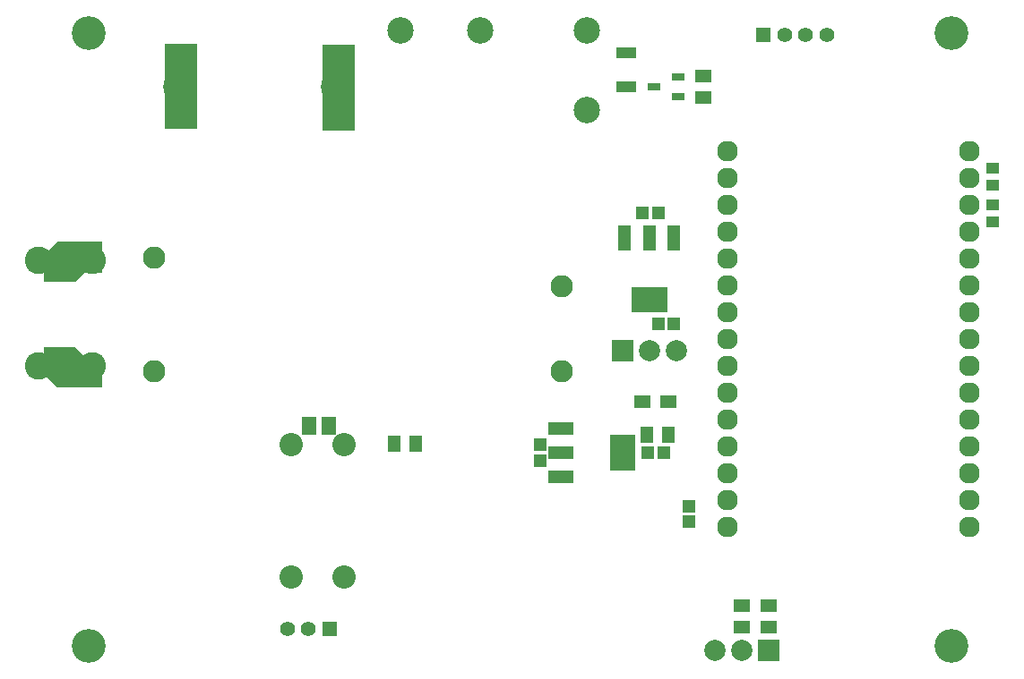
<source format=gts>
G04*
G04 #@! TF.GenerationSoftware,Altium Limited,Altium Designer,19.1.7 (138)*
G04*
G04 Layer_Color=8388736*
%FSLAX44Y44*%
%MOMM*%
G71*
G01*
G75*
%ADD31R,1.2032X2.3532*%
%ADD32R,3.4532X2.3532*%
%ADD33R,1.3532X1.6532*%
%ADD34R,1.1532X1.6032*%
%ADD35R,1.2032X1.2032*%
%ADD36R,1.6032X1.1532*%
%ADD37R,1.2032X1.1032*%
%ADD38R,1.2032X1.2032*%
%ADD39R,2.3532X3.4532*%
%ADD40R,2.3532X1.2032*%
%ADD41R,1.9032X1.1032*%
%ADD42R,1.2032X0.8032*%
%ADD43R,1.5032X1.3032*%
%ADD44C,2.6032*%
%ADD45R,1.4032X1.4032*%
%ADD46C,1.4032*%
%ADD47C,3.2032*%
%ADD48C,2.2032*%
%ADD49C,2.0032*%
%ADD50R,2.0032X2.0032*%
%ADD51C,1.9562*%
%ADD52C,2.5032*%
%ADD53C,2.1032*%
G36*
X58000Y309500D02*
X75000D01*
X75000Y292500D01*
X75000Y280000D01*
X32500Y280000D01*
X20000Y292500D01*
Y317500D01*
X50000D01*
X58000Y309500D01*
D02*
G37*
G36*
X75000Y417500D02*
X75000Y388000D01*
X58000Y388000D01*
X50000Y380000D01*
X20000D01*
Y405000D01*
X32500Y417500D01*
X75000Y417500D01*
D02*
G37*
G36*
X165000Y524000D02*
X134000Y524000D01*
X134000Y605000D01*
X165000D01*
X165000Y524000D01*
D02*
G37*
G36*
X314000Y523000D02*
X283000Y523000D01*
X283000Y604000D01*
X314000D01*
X314000Y523000D01*
D02*
G37*
G54D31*
X615000Y421250D02*
D03*
X592000Y421250D02*
D03*
X569000Y421250D02*
D03*
G54D32*
X592000Y362750D02*
D03*
G54D33*
X271000Y243000D02*
D03*
X289000D02*
D03*
G54D34*
X371000Y226000D02*
D03*
X351000D02*
D03*
X590000Y235000D02*
D03*
X610000D02*
D03*
G54D35*
X615500Y340000D02*
D03*
X600500D02*
D03*
X600500Y445000D02*
D03*
X585500D02*
D03*
X605500Y218000D02*
D03*
X590500D02*
D03*
G54D36*
X680000Y73000D02*
D03*
Y53000D02*
D03*
X705000Y73000D02*
D03*
Y53000D02*
D03*
X643000Y554000D02*
D03*
Y574000D02*
D03*
G54D37*
X917000Y471000D02*
D03*
Y487000D02*
D03*
Y436000D02*
D03*
Y452000D02*
D03*
G54D38*
X630000Y167500D02*
D03*
Y152500D02*
D03*
X489000Y225500D02*
D03*
Y210500D02*
D03*
G54D39*
X567250Y218000D02*
D03*
G54D40*
X508750Y195000D02*
D03*
X508750Y218000D02*
D03*
X508750Y241000D02*
D03*
G54D41*
X570000Y596000D02*
D03*
Y564000D02*
D03*
G54D42*
X619500Y554500D02*
D03*
Y573500D02*
D03*
X596570Y564000D02*
D03*
G54D43*
X610000Y266000D02*
D03*
X586000D02*
D03*
G54D44*
X298000Y589000D02*
D03*
Y538200D02*
D03*
X149000Y589400D02*
D03*
Y538600D02*
D03*
X14600Y300000D02*
D03*
X65400D02*
D03*
X14600Y400000D02*
D03*
X65400D02*
D03*
G54D45*
X290000Y51000D02*
D03*
X700000Y613000D02*
D03*
G54D46*
X270000Y51000D02*
D03*
X250000D02*
D03*
X740000Y613000D02*
D03*
X720000D02*
D03*
X760000D02*
D03*
G54D47*
X298000Y564000D02*
D03*
X149000D02*
D03*
X40000Y300000D02*
D03*
Y400000D02*
D03*
X877500Y615000D02*
D03*
Y35000D02*
D03*
X62500D02*
D03*
Y615000D02*
D03*
G54D48*
X304000Y100500D02*
D03*
Y225500D02*
D03*
X254000Y100500D02*
D03*
Y225500D02*
D03*
G54D49*
X592000Y314000D02*
D03*
X617400D02*
D03*
X680000Y31000D02*
D03*
X654600D02*
D03*
G54D50*
X566600Y314000D02*
D03*
X705400Y31000D02*
D03*
G54D51*
X894300Y325000D02*
D03*
Y350400D02*
D03*
Y375800D02*
D03*
Y401200D02*
D03*
Y426600D02*
D03*
Y452000D02*
D03*
Y477400D02*
D03*
Y502800D02*
D03*
Y299600D02*
D03*
Y274200D02*
D03*
Y248800D02*
D03*
Y223400D02*
D03*
Y198000D02*
D03*
Y172600D02*
D03*
Y147200D02*
D03*
X665700D02*
D03*
Y172600D02*
D03*
Y198000D02*
D03*
Y223400D02*
D03*
Y248800D02*
D03*
Y274200D02*
D03*
Y299600D02*
D03*
Y502800D02*
D03*
Y477400D02*
D03*
Y452000D02*
D03*
Y426600D02*
D03*
Y401200D02*
D03*
Y375800D02*
D03*
Y350400D02*
D03*
Y325000D02*
D03*
G54D52*
X356600Y617600D02*
D03*
X533000Y542000D02*
D03*
Y617600D02*
D03*
X432200D02*
D03*
G54D53*
X124000Y402500D02*
D03*
Y295000D02*
D03*
X509000D02*
D03*
Y375000D02*
D03*
M02*

</source>
